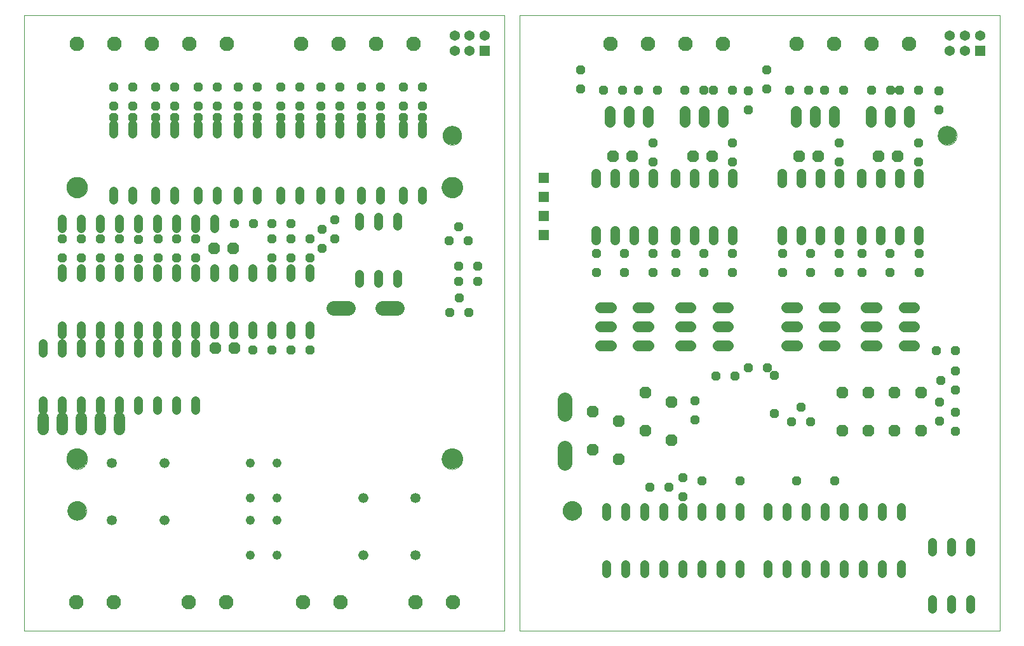
<source format=gts>
G75*
%MOIN*%
%OFA0B0*%
%FSLAX25Y25*%
%IPPOS*%
%LPD*%
%AMOC8*
5,1,8,0,0,1.08239X$1,22.5*
%
%ADD10C,0.00000*%
%ADD11C,0.09843*%
%ADD12C,0.10827*%
%ADD13OC8,0.06300*%
%ADD14OC8,0.04800*%
%ADD15C,0.04800*%
%ADD16C,0.04800*%
%ADD17C,0.05250*%
%ADD18C,0.05315*%
%ADD19C,0.07677*%
%ADD20C,0.07677*%
%ADD21R,0.05400X0.05400*%
%ADD22C,0.05400*%
%ADD23C,0.06000*%
%ADD24C,0.05118*%
%ADD25C,0.05600*%
%ADD26R,0.05500X0.05500*%
D10*
X0001300Y0011772D02*
X0001300Y0334606D01*
X0253269Y0334606D01*
X0253269Y0011772D01*
X0001300Y0011772D01*
X0023938Y0074764D02*
X0023940Y0074904D01*
X0023946Y0075044D01*
X0023956Y0075183D01*
X0023970Y0075322D01*
X0023988Y0075461D01*
X0024009Y0075599D01*
X0024035Y0075737D01*
X0024065Y0075874D01*
X0024098Y0076009D01*
X0024136Y0076144D01*
X0024177Y0076278D01*
X0024222Y0076411D01*
X0024270Y0076542D01*
X0024323Y0076671D01*
X0024379Y0076800D01*
X0024438Y0076926D01*
X0024502Y0077051D01*
X0024568Y0077174D01*
X0024639Y0077295D01*
X0024712Y0077414D01*
X0024789Y0077531D01*
X0024870Y0077645D01*
X0024953Y0077757D01*
X0025040Y0077867D01*
X0025130Y0077975D01*
X0025222Y0078079D01*
X0025318Y0078181D01*
X0025417Y0078281D01*
X0025518Y0078377D01*
X0025622Y0078471D01*
X0025729Y0078561D01*
X0025838Y0078648D01*
X0025950Y0078733D01*
X0026064Y0078814D01*
X0026180Y0078892D01*
X0026298Y0078966D01*
X0026419Y0079037D01*
X0026541Y0079105D01*
X0026666Y0079169D01*
X0026792Y0079230D01*
X0026919Y0079287D01*
X0027049Y0079340D01*
X0027180Y0079390D01*
X0027312Y0079435D01*
X0027445Y0079478D01*
X0027580Y0079516D01*
X0027715Y0079550D01*
X0027852Y0079581D01*
X0027989Y0079608D01*
X0028127Y0079630D01*
X0028266Y0079649D01*
X0028405Y0079664D01*
X0028544Y0079675D01*
X0028684Y0079682D01*
X0028824Y0079685D01*
X0028964Y0079684D01*
X0029104Y0079679D01*
X0029243Y0079670D01*
X0029383Y0079657D01*
X0029522Y0079640D01*
X0029660Y0079619D01*
X0029798Y0079595D01*
X0029935Y0079566D01*
X0030071Y0079534D01*
X0030206Y0079497D01*
X0030340Y0079457D01*
X0030473Y0079413D01*
X0030604Y0079365D01*
X0030734Y0079314D01*
X0030863Y0079259D01*
X0030990Y0079200D01*
X0031115Y0079137D01*
X0031238Y0079072D01*
X0031360Y0079002D01*
X0031479Y0078929D01*
X0031597Y0078853D01*
X0031712Y0078774D01*
X0031825Y0078691D01*
X0031935Y0078605D01*
X0032043Y0078516D01*
X0032148Y0078424D01*
X0032251Y0078329D01*
X0032351Y0078231D01*
X0032448Y0078131D01*
X0032542Y0078027D01*
X0032634Y0077921D01*
X0032722Y0077813D01*
X0032807Y0077702D01*
X0032889Y0077588D01*
X0032968Y0077472D01*
X0033043Y0077355D01*
X0033115Y0077235D01*
X0033183Y0077113D01*
X0033248Y0076989D01*
X0033310Y0076863D01*
X0033368Y0076736D01*
X0033422Y0076607D01*
X0033473Y0076476D01*
X0033519Y0076344D01*
X0033562Y0076211D01*
X0033602Y0076077D01*
X0033637Y0075942D01*
X0033669Y0075805D01*
X0033696Y0075668D01*
X0033720Y0075530D01*
X0033740Y0075392D01*
X0033756Y0075253D01*
X0033768Y0075113D01*
X0033776Y0074974D01*
X0033780Y0074834D01*
X0033780Y0074694D01*
X0033776Y0074554D01*
X0033768Y0074415D01*
X0033756Y0074275D01*
X0033740Y0074136D01*
X0033720Y0073998D01*
X0033696Y0073860D01*
X0033669Y0073723D01*
X0033637Y0073586D01*
X0033602Y0073451D01*
X0033562Y0073317D01*
X0033519Y0073184D01*
X0033473Y0073052D01*
X0033422Y0072921D01*
X0033368Y0072792D01*
X0033310Y0072665D01*
X0033248Y0072539D01*
X0033183Y0072415D01*
X0033115Y0072293D01*
X0033043Y0072173D01*
X0032968Y0072056D01*
X0032889Y0071940D01*
X0032807Y0071826D01*
X0032722Y0071715D01*
X0032634Y0071607D01*
X0032542Y0071501D01*
X0032448Y0071397D01*
X0032351Y0071297D01*
X0032251Y0071199D01*
X0032148Y0071104D01*
X0032043Y0071012D01*
X0031935Y0070923D01*
X0031825Y0070837D01*
X0031712Y0070754D01*
X0031597Y0070675D01*
X0031479Y0070599D01*
X0031360Y0070526D01*
X0031238Y0070456D01*
X0031115Y0070391D01*
X0030990Y0070328D01*
X0030863Y0070269D01*
X0030734Y0070214D01*
X0030604Y0070163D01*
X0030473Y0070115D01*
X0030340Y0070071D01*
X0030206Y0070031D01*
X0030071Y0069994D01*
X0029935Y0069962D01*
X0029798Y0069933D01*
X0029660Y0069909D01*
X0029522Y0069888D01*
X0029383Y0069871D01*
X0029243Y0069858D01*
X0029104Y0069849D01*
X0028964Y0069844D01*
X0028824Y0069843D01*
X0028684Y0069846D01*
X0028544Y0069853D01*
X0028405Y0069864D01*
X0028266Y0069879D01*
X0028127Y0069898D01*
X0027989Y0069920D01*
X0027852Y0069947D01*
X0027715Y0069978D01*
X0027580Y0070012D01*
X0027445Y0070050D01*
X0027312Y0070093D01*
X0027180Y0070138D01*
X0027049Y0070188D01*
X0026919Y0070241D01*
X0026792Y0070298D01*
X0026666Y0070359D01*
X0026541Y0070423D01*
X0026419Y0070491D01*
X0026298Y0070562D01*
X0026180Y0070636D01*
X0026064Y0070714D01*
X0025950Y0070795D01*
X0025838Y0070880D01*
X0025729Y0070967D01*
X0025622Y0071057D01*
X0025518Y0071151D01*
X0025417Y0071247D01*
X0025318Y0071347D01*
X0025222Y0071449D01*
X0025130Y0071553D01*
X0025040Y0071661D01*
X0024953Y0071771D01*
X0024870Y0071883D01*
X0024789Y0071997D01*
X0024712Y0072114D01*
X0024639Y0072233D01*
X0024568Y0072354D01*
X0024502Y0072477D01*
X0024438Y0072602D01*
X0024379Y0072728D01*
X0024323Y0072857D01*
X0024270Y0072986D01*
X0024222Y0073117D01*
X0024177Y0073250D01*
X0024136Y0073384D01*
X0024098Y0073519D01*
X0024065Y0073654D01*
X0024035Y0073791D01*
X0024009Y0073929D01*
X0023988Y0074067D01*
X0023970Y0074206D01*
X0023956Y0074345D01*
X0023946Y0074484D01*
X0023940Y0074624D01*
X0023938Y0074764D01*
X0023446Y0101929D02*
X0023448Y0102076D01*
X0023454Y0102222D01*
X0023464Y0102368D01*
X0023478Y0102514D01*
X0023496Y0102660D01*
X0023517Y0102805D01*
X0023543Y0102949D01*
X0023573Y0103093D01*
X0023606Y0103235D01*
X0023643Y0103377D01*
X0023684Y0103518D01*
X0023729Y0103657D01*
X0023778Y0103796D01*
X0023830Y0103933D01*
X0023887Y0104068D01*
X0023946Y0104202D01*
X0024010Y0104334D01*
X0024077Y0104464D01*
X0024147Y0104593D01*
X0024221Y0104720D01*
X0024298Y0104844D01*
X0024379Y0104967D01*
X0024463Y0105087D01*
X0024550Y0105205D01*
X0024640Y0105320D01*
X0024733Y0105433D01*
X0024830Y0105544D01*
X0024929Y0105652D01*
X0025031Y0105757D01*
X0025136Y0105859D01*
X0025244Y0105958D01*
X0025355Y0106055D01*
X0025468Y0106148D01*
X0025583Y0106238D01*
X0025701Y0106325D01*
X0025821Y0106409D01*
X0025944Y0106490D01*
X0026068Y0106567D01*
X0026195Y0106641D01*
X0026324Y0106711D01*
X0026454Y0106778D01*
X0026586Y0106842D01*
X0026720Y0106901D01*
X0026855Y0106958D01*
X0026992Y0107010D01*
X0027131Y0107059D01*
X0027270Y0107104D01*
X0027411Y0107145D01*
X0027553Y0107182D01*
X0027695Y0107215D01*
X0027839Y0107245D01*
X0027983Y0107271D01*
X0028128Y0107292D01*
X0028274Y0107310D01*
X0028420Y0107324D01*
X0028566Y0107334D01*
X0028712Y0107340D01*
X0028859Y0107342D01*
X0029006Y0107340D01*
X0029152Y0107334D01*
X0029298Y0107324D01*
X0029444Y0107310D01*
X0029590Y0107292D01*
X0029735Y0107271D01*
X0029879Y0107245D01*
X0030023Y0107215D01*
X0030165Y0107182D01*
X0030307Y0107145D01*
X0030448Y0107104D01*
X0030587Y0107059D01*
X0030726Y0107010D01*
X0030863Y0106958D01*
X0030998Y0106901D01*
X0031132Y0106842D01*
X0031264Y0106778D01*
X0031394Y0106711D01*
X0031523Y0106641D01*
X0031650Y0106567D01*
X0031774Y0106490D01*
X0031897Y0106409D01*
X0032017Y0106325D01*
X0032135Y0106238D01*
X0032250Y0106148D01*
X0032363Y0106055D01*
X0032474Y0105958D01*
X0032582Y0105859D01*
X0032687Y0105757D01*
X0032789Y0105652D01*
X0032888Y0105544D01*
X0032985Y0105433D01*
X0033078Y0105320D01*
X0033168Y0105205D01*
X0033255Y0105087D01*
X0033339Y0104967D01*
X0033420Y0104844D01*
X0033497Y0104720D01*
X0033571Y0104593D01*
X0033641Y0104464D01*
X0033708Y0104334D01*
X0033772Y0104202D01*
X0033831Y0104068D01*
X0033888Y0103933D01*
X0033940Y0103796D01*
X0033989Y0103657D01*
X0034034Y0103518D01*
X0034075Y0103377D01*
X0034112Y0103235D01*
X0034145Y0103093D01*
X0034175Y0102949D01*
X0034201Y0102805D01*
X0034222Y0102660D01*
X0034240Y0102514D01*
X0034254Y0102368D01*
X0034264Y0102222D01*
X0034270Y0102076D01*
X0034272Y0101929D01*
X0034270Y0101782D01*
X0034264Y0101636D01*
X0034254Y0101490D01*
X0034240Y0101344D01*
X0034222Y0101198D01*
X0034201Y0101053D01*
X0034175Y0100909D01*
X0034145Y0100765D01*
X0034112Y0100623D01*
X0034075Y0100481D01*
X0034034Y0100340D01*
X0033989Y0100201D01*
X0033940Y0100062D01*
X0033888Y0099925D01*
X0033831Y0099790D01*
X0033772Y0099656D01*
X0033708Y0099524D01*
X0033641Y0099394D01*
X0033571Y0099265D01*
X0033497Y0099138D01*
X0033420Y0099014D01*
X0033339Y0098891D01*
X0033255Y0098771D01*
X0033168Y0098653D01*
X0033078Y0098538D01*
X0032985Y0098425D01*
X0032888Y0098314D01*
X0032789Y0098206D01*
X0032687Y0098101D01*
X0032582Y0097999D01*
X0032474Y0097900D01*
X0032363Y0097803D01*
X0032250Y0097710D01*
X0032135Y0097620D01*
X0032017Y0097533D01*
X0031897Y0097449D01*
X0031774Y0097368D01*
X0031650Y0097291D01*
X0031523Y0097217D01*
X0031394Y0097147D01*
X0031264Y0097080D01*
X0031132Y0097016D01*
X0030998Y0096957D01*
X0030863Y0096900D01*
X0030726Y0096848D01*
X0030587Y0096799D01*
X0030448Y0096754D01*
X0030307Y0096713D01*
X0030165Y0096676D01*
X0030023Y0096643D01*
X0029879Y0096613D01*
X0029735Y0096587D01*
X0029590Y0096566D01*
X0029444Y0096548D01*
X0029298Y0096534D01*
X0029152Y0096524D01*
X0029006Y0096518D01*
X0028859Y0096516D01*
X0028712Y0096518D01*
X0028566Y0096524D01*
X0028420Y0096534D01*
X0028274Y0096548D01*
X0028128Y0096566D01*
X0027983Y0096587D01*
X0027839Y0096613D01*
X0027695Y0096643D01*
X0027553Y0096676D01*
X0027411Y0096713D01*
X0027270Y0096754D01*
X0027131Y0096799D01*
X0026992Y0096848D01*
X0026855Y0096900D01*
X0026720Y0096957D01*
X0026586Y0097016D01*
X0026454Y0097080D01*
X0026324Y0097147D01*
X0026195Y0097217D01*
X0026068Y0097291D01*
X0025944Y0097368D01*
X0025821Y0097449D01*
X0025701Y0097533D01*
X0025583Y0097620D01*
X0025468Y0097710D01*
X0025355Y0097803D01*
X0025244Y0097900D01*
X0025136Y0097999D01*
X0025031Y0098101D01*
X0024929Y0098206D01*
X0024830Y0098314D01*
X0024733Y0098425D01*
X0024640Y0098538D01*
X0024550Y0098653D01*
X0024463Y0098771D01*
X0024379Y0098891D01*
X0024298Y0099014D01*
X0024221Y0099138D01*
X0024147Y0099265D01*
X0024077Y0099394D01*
X0024010Y0099524D01*
X0023946Y0099656D01*
X0023887Y0099790D01*
X0023830Y0099925D01*
X0023778Y0100062D01*
X0023729Y0100201D01*
X0023684Y0100340D01*
X0023643Y0100481D01*
X0023606Y0100623D01*
X0023573Y0100765D01*
X0023543Y0100909D01*
X0023517Y0101053D01*
X0023496Y0101198D01*
X0023478Y0101344D01*
X0023464Y0101490D01*
X0023454Y0101636D01*
X0023448Y0101782D01*
X0023446Y0101929D01*
X0220296Y0101929D02*
X0220298Y0102076D01*
X0220304Y0102222D01*
X0220314Y0102368D01*
X0220328Y0102514D01*
X0220346Y0102660D01*
X0220367Y0102805D01*
X0220393Y0102949D01*
X0220423Y0103093D01*
X0220456Y0103235D01*
X0220493Y0103377D01*
X0220534Y0103518D01*
X0220579Y0103657D01*
X0220628Y0103796D01*
X0220680Y0103933D01*
X0220737Y0104068D01*
X0220796Y0104202D01*
X0220860Y0104334D01*
X0220927Y0104464D01*
X0220997Y0104593D01*
X0221071Y0104720D01*
X0221148Y0104844D01*
X0221229Y0104967D01*
X0221313Y0105087D01*
X0221400Y0105205D01*
X0221490Y0105320D01*
X0221583Y0105433D01*
X0221680Y0105544D01*
X0221779Y0105652D01*
X0221881Y0105757D01*
X0221986Y0105859D01*
X0222094Y0105958D01*
X0222205Y0106055D01*
X0222318Y0106148D01*
X0222433Y0106238D01*
X0222551Y0106325D01*
X0222671Y0106409D01*
X0222794Y0106490D01*
X0222918Y0106567D01*
X0223045Y0106641D01*
X0223174Y0106711D01*
X0223304Y0106778D01*
X0223436Y0106842D01*
X0223570Y0106901D01*
X0223705Y0106958D01*
X0223842Y0107010D01*
X0223981Y0107059D01*
X0224120Y0107104D01*
X0224261Y0107145D01*
X0224403Y0107182D01*
X0224545Y0107215D01*
X0224689Y0107245D01*
X0224833Y0107271D01*
X0224978Y0107292D01*
X0225124Y0107310D01*
X0225270Y0107324D01*
X0225416Y0107334D01*
X0225562Y0107340D01*
X0225709Y0107342D01*
X0225856Y0107340D01*
X0226002Y0107334D01*
X0226148Y0107324D01*
X0226294Y0107310D01*
X0226440Y0107292D01*
X0226585Y0107271D01*
X0226729Y0107245D01*
X0226873Y0107215D01*
X0227015Y0107182D01*
X0227157Y0107145D01*
X0227298Y0107104D01*
X0227437Y0107059D01*
X0227576Y0107010D01*
X0227713Y0106958D01*
X0227848Y0106901D01*
X0227982Y0106842D01*
X0228114Y0106778D01*
X0228244Y0106711D01*
X0228373Y0106641D01*
X0228500Y0106567D01*
X0228624Y0106490D01*
X0228747Y0106409D01*
X0228867Y0106325D01*
X0228985Y0106238D01*
X0229100Y0106148D01*
X0229213Y0106055D01*
X0229324Y0105958D01*
X0229432Y0105859D01*
X0229537Y0105757D01*
X0229639Y0105652D01*
X0229738Y0105544D01*
X0229835Y0105433D01*
X0229928Y0105320D01*
X0230018Y0105205D01*
X0230105Y0105087D01*
X0230189Y0104967D01*
X0230270Y0104844D01*
X0230347Y0104720D01*
X0230421Y0104593D01*
X0230491Y0104464D01*
X0230558Y0104334D01*
X0230622Y0104202D01*
X0230681Y0104068D01*
X0230738Y0103933D01*
X0230790Y0103796D01*
X0230839Y0103657D01*
X0230884Y0103518D01*
X0230925Y0103377D01*
X0230962Y0103235D01*
X0230995Y0103093D01*
X0231025Y0102949D01*
X0231051Y0102805D01*
X0231072Y0102660D01*
X0231090Y0102514D01*
X0231104Y0102368D01*
X0231114Y0102222D01*
X0231120Y0102076D01*
X0231122Y0101929D01*
X0231120Y0101782D01*
X0231114Y0101636D01*
X0231104Y0101490D01*
X0231090Y0101344D01*
X0231072Y0101198D01*
X0231051Y0101053D01*
X0231025Y0100909D01*
X0230995Y0100765D01*
X0230962Y0100623D01*
X0230925Y0100481D01*
X0230884Y0100340D01*
X0230839Y0100201D01*
X0230790Y0100062D01*
X0230738Y0099925D01*
X0230681Y0099790D01*
X0230622Y0099656D01*
X0230558Y0099524D01*
X0230491Y0099394D01*
X0230421Y0099265D01*
X0230347Y0099138D01*
X0230270Y0099014D01*
X0230189Y0098891D01*
X0230105Y0098771D01*
X0230018Y0098653D01*
X0229928Y0098538D01*
X0229835Y0098425D01*
X0229738Y0098314D01*
X0229639Y0098206D01*
X0229537Y0098101D01*
X0229432Y0097999D01*
X0229324Y0097900D01*
X0229213Y0097803D01*
X0229100Y0097710D01*
X0228985Y0097620D01*
X0228867Y0097533D01*
X0228747Y0097449D01*
X0228624Y0097368D01*
X0228500Y0097291D01*
X0228373Y0097217D01*
X0228244Y0097147D01*
X0228114Y0097080D01*
X0227982Y0097016D01*
X0227848Y0096957D01*
X0227713Y0096900D01*
X0227576Y0096848D01*
X0227437Y0096799D01*
X0227298Y0096754D01*
X0227157Y0096713D01*
X0227015Y0096676D01*
X0226873Y0096643D01*
X0226729Y0096613D01*
X0226585Y0096587D01*
X0226440Y0096566D01*
X0226294Y0096548D01*
X0226148Y0096534D01*
X0226002Y0096524D01*
X0225856Y0096518D01*
X0225709Y0096516D01*
X0225562Y0096518D01*
X0225416Y0096524D01*
X0225270Y0096534D01*
X0225124Y0096548D01*
X0224978Y0096566D01*
X0224833Y0096587D01*
X0224689Y0096613D01*
X0224545Y0096643D01*
X0224403Y0096676D01*
X0224261Y0096713D01*
X0224120Y0096754D01*
X0223981Y0096799D01*
X0223842Y0096848D01*
X0223705Y0096900D01*
X0223570Y0096957D01*
X0223436Y0097016D01*
X0223304Y0097080D01*
X0223174Y0097147D01*
X0223045Y0097217D01*
X0222918Y0097291D01*
X0222794Y0097368D01*
X0222671Y0097449D01*
X0222551Y0097533D01*
X0222433Y0097620D01*
X0222318Y0097710D01*
X0222205Y0097803D01*
X0222094Y0097900D01*
X0221986Y0097999D01*
X0221881Y0098101D01*
X0221779Y0098206D01*
X0221680Y0098314D01*
X0221583Y0098425D01*
X0221490Y0098538D01*
X0221400Y0098653D01*
X0221313Y0098771D01*
X0221229Y0098891D01*
X0221148Y0099014D01*
X0221071Y0099138D01*
X0220997Y0099265D01*
X0220927Y0099394D01*
X0220860Y0099524D01*
X0220796Y0099656D01*
X0220737Y0099790D01*
X0220680Y0099925D01*
X0220628Y0100062D01*
X0220579Y0100201D01*
X0220534Y0100340D01*
X0220493Y0100481D01*
X0220456Y0100623D01*
X0220423Y0100765D01*
X0220393Y0100909D01*
X0220367Y0101053D01*
X0220346Y0101198D01*
X0220328Y0101344D01*
X0220314Y0101490D01*
X0220304Y0101636D01*
X0220298Y0101782D01*
X0220296Y0101929D01*
X0283781Y0074764D02*
X0283783Y0074904D01*
X0283789Y0075044D01*
X0283799Y0075183D01*
X0283813Y0075322D01*
X0283831Y0075461D01*
X0283852Y0075599D01*
X0283878Y0075737D01*
X0283908Y0075874D01*
X0283941Y0076009D01*
X0283979Y0076144D01*
X0284020Y0076278D01*
X0284065Y0076411D01*
X0284113Y0076542D01*
X0284166Y0076671D01*
X0284222Y0076800D01*
X0284281Y0076926D01*
X0284345Y0077051D01*
X0284411Y0077174D01*
X0284482Y0077295D01*
X0284555Y0077414D01*
X0284632Y0077531D01*
X0284713Y0077645D01*
X0284796Y0077757D01*
X0284883Y0077867D01*
X0284973Y0077975D01*
X0285065Y0078079D01*
X0285161Y0078181D01*
X0285260Y0078281D01*
X0285361Y0078377D01*
X0285465Y0078471D01*
X0285572Y0078561D01*
X0285681Y0078648D01*
X0285793Y0078733D01*
X0285907Y0078814D01*
X0286023Y0078892D01*
X0286141Y0078966D01*
X0286262Y0079037D01*
X0286384Y0079105D01*
X0286509Y0079169D01*
X0286635Y0079230D01*
X0286762Y0079287D01*
X0286892Y0079340D01*
X0287023Y0079390D01*
X0287155Y0079435D01*
X0287288Y0079478D01*
X0287423Y0079516D01*
X0287558Y0079550D01*
X0287695Y0079581D01*
X0287832Y0079608D01*
X0287970Y0079630D01*
X0288109Y0079649D01*
X0288248Y0079664D01*
X0288387Y0079675D01*
X0288527Y0079682D01*
X0288667Y0079685D01*
X0288807Y0079684D01*
X0288947Y0079679D01*
X0289086Y0079670D01*
X0289226Y0079657D01*
X0289365Y0079640D01*
X0289503Y0079619D01*
X0289641Y0079595D01*
X0289778Y0079566D01*
X0289914Y0079534D01*
X0290049Y0079497D01*
X0290183Y0079457D01*
X0290316Y0079413D01*
X0290447Y0079365D01*
X0290577Y0079314D01*
X0290706Y0079259D01*
X0290833Y0079200D01*
X0290958Y0079137D01*
X0291081Y0079072D01*
X0291203Y0079002D01*
X0291322Y0078929D01*
X0291440Y0078853D01*
X0291555Y0078774D01*
X0291668Y0078691D01*
X0291778Y0078605D01*
X0291886Y0078516D01*
X0291991Y0078424D01*
X0292094Y0078329D01*
X0292194Y0078231D01*
X0292291Y0078131D01*
X0292385Y0078027D01*
X0292477Y0077921D01*
X0292565Y0077813D01*
X0292650Y0077702D01*
X0292732Y0077588D01*
X0292811Y0077472D01*
X0292886Y0077355D01*
X0292958Y0077235D01*
X0293026Y0077113D01*
X0293091Y0076989D01*
X0293153Y0076863D01*
X0293211Y0076736D01*
X0293265Y0076607D01*
X0293316Y0076476D01*
X0293362Y0076344D01*
X0293405Y0076211D01*
X0293445Y0076077D01*
X0293480Y0075942D01*
X0293512Y0075805D01*
X0293539Y0075668D01*
X0293563Y0075530D01*
X0293583Y0075392D01*
X0293599Y0075253D01*
X0293611Y0075113D01*
X0293619Y0074974D01*
X0293623Y0074834D01*
X0293623Y0074694D01*
X0293619Y0074554D01*
X0293611Y0074415D01*
X0293599Y0074275D01*
X0293583Y0074136D01*
X0293563Y0073998D01*
X0293539Y0073860D01*
X0293512Y0073723D01*
X0293480Y0073586D01*
X0293445Y0073451D01*
X0293405Y0073317D01*
X0293362Y0073184D01*
X0293316Y0073052D01*
X0293265Y0072921D01*
X0293211Y0072792D01*
X0293153Y0072665D01*
X0293091Y0072539D01*
X0293026Y0072415D01*
X0292958Y0072293D01*
X0292886Y0072173D01*
X0292811Y0072056D01*
X0292732Y0071940D01*
X0292650Y0071826D01*
X0292565Y0071715D01*
X0292477Y0071607D01*
X0292385Y0071501D01*
X0292291Y0071397D01*
X0292194Y0071297D01*
X0292094Y0071199D01*
X0291991Y0071104D01*
X0291886Y0071012D01*
X0291778Y0070923D01*
X0291668Y0070837D01*
X0291555Y0070754D01*
X0291440Y0070675D01*
X0291322Y0070599D01*
X0291203Y0070526D01*
X0291081Y0070456D01*
X0290958Y0070391D01*
X0290833Y0070328D01*
X0290706Y0070269D01*
X0290577Y0070214D01*
X0290447Y0070163D01*
X0290316Y0070115D01*
X0290183Y0070071D01*
X0290049Y0070031D01*
X0289914Y0069994D01*
X0289778Y0069962D01*
X0289641Y0069933D01*
X0289503Y0069909D01*
X0289365Y0069888D01*
X0289226Y0069871D01*
X0289086Y0069858D01*
X0288947Y0069849D01*
X0288807Y0069844D01*
X0288667Y0069843D01*
X0288527Y0069846D01*
X0288387Y0069853D01*
X0288248Y0069864D01*
X0288109Y0069879D01*
X0287970Y0069898D01*
X0287832Y0069920D01*
X0287695Y0069947D01*
X0287558Y0069978D01*
X0287423Y0070012D01*
X0287288Y0070050D01*
X0287155Y0070093D01*
X0287023Y0070138D01*
X0286892Y0070188D01*
X0286762Y0070241D01*
X0286635Y0070298D01*
X0286509Y0070359D01*
X0286384Y0070423D01*
X0286262Y0070491D01*
X0286141Y0070562D01*
X0286023Y0070636D01*
X0285907Y0070714D01*
X0285793Y0070795D01*
X0285681Y0070880D01*
X0285572Y0070967D01*
X0285465Y0071057D01*
X0285361Y0071151D01*
X0285260Y0071247D01*
X0285161Y0071347D01*
X0285065Y0071449D01*
X0284973Y0071553D01*
X0284883Y0071661D01*
X0284796Y0071771D01*
X0284713Y0071883D01*
X0284632Y0071997D01*
X0284555Y0072114D01*
X0284482Y0072233D01*
X0284411Y0072354D01*
X0284345Y0072477D01*
X0284281Y0072602D01*
X0284222Y0072728D01*
X0284166Y0072857D01*
X0284113Y0072986D01*
X0284065Y0073117D01*
X0284020Y0073250D01*
X0283979Y0073384D01*
X0283941Y0073519D01*
X0283908Y0073654D01*
X0283878Y0073791D01*
X0283852Y0073929D01*
X0283831Y0074067D01*
X0283813Y0074206D01*
X0283799Y0074345D01*
X0283789Y0074484D01*
X0283783Y0074624D01*
X0283781Y0074764D01*
X0261143Y0011772D02*
X0261143Y0334606D01*
X0513111Y0334606D01*
X0513111Y0011772D01*
X0261143Y0011772D01*
X0220296Y0244449D02*
X0220298Y0244596D01*
X0220304Y0244742D01*
X0220314Y0244888D01*
X0220328Y0245034D01*
X0220346Y0245180D01*
X0220367Y0245325D01*
X0220393Y0245469D01*
X0220423Y0245613D01*
X0220456Y0245755D01*
X0220493Y0245897D01*
X0220534Y0246038D01*
X0220579Y0246177D01*
X0220628Y0246316D01*
X0220680Y0246453D01*
X0220737Y0246588D01*
X0220796Y0246722D01*
X0220860Y0246854D01*
X0220927Y0246984D01*
X0220997Y0247113D01*
X0221071Y0247240D01*
X0221148Y0247364D01*
X0221229Y0247487D01*
X0221313Y0247607D01*
X0221400Y0247725D01*
X0221490Y0247840D01*
X0221583Y0247953D01*
X0221680Y0248064D01*
X0221779Y0248172D01*
X0221881Y0248277D01*
X0221986Y0248379D01*
X0222094Y0248478D01*
X0222205Y0248575D01*
X0222318Y0248668D01*
X0222433Y0248758D01*
X0222551Y0248845D01*
X0222671Y0248929D01*
X0222794Y0249010D01*
X0222918Y0249087D01*
X0223045Y0249161D01*
X0223174Y0249231D01*
X0223304Y0249298D01*
X0223436Y0249362D01*
X0223570Y0249421D01*
X0223705Y0249478D01*
X0223842Y0249530D01*
X0223981Y0249579D01*
X0224120Y0249624D01*
X0224261Y0249665D01*
X0224403Y0249702D01*
X0224545Y0249735D01*
X0224689Y0249765D01*
X0224833Y0249791D01*
X0224978Y0249812D01*
X0225124Y0249830D01*
X0225270Y0249844D01*
X0225416Y0249854D01*
X0225562Y0249860D01*
X0225709Y0249862D01*
X0225856Y0249860D01*
X0226002Y0249854D01*
X0226148Y0249844D01*
X0226294Y0249830D01*
X0226440Y0249812D01*
X0226585Y0249791D01*
X0226729Y0249765D01*
X0226873Y0249735D01*
X0227015Y0249702D01*
X0227157Y0249665D01*
X0227298Y0249624D01*
X0227437Y0249579D01*
X0227576Y0249530D01*
X0227713Y0249478D01*
X0227848Y0249421D01*
X0227982Y0249362D01*
X0228114Y0249298D01*
X0228244Y0249231D01*
X0228373Y0249161D01*
X0228500Y0249087D01*
X0228624Y0249010D01*
X0228747Y0248929D01*
X0228867Y0248845D01*
X0228985Y0248758D01*
X0229100Y0248668D01*
X0229213Y0248575D01*
X0229324Y0248478D01*
X0229432Y0248379D01*
X0229537Y0248277D01*
X0229639Y0248172D01*
X0229738Y0248064D01*
X0229835Y0247953D01*
X0229928Y0247840D01*
X0230018Y0247725D01*
X0230105Y0247607D01*
X0230189Y0247487D01*
X0230270Y0247364D01*
X0230347Y0247240D01*
X0230421Y0247113D01*
X0230491Y0246984D01*
X0230558Y0246854D01*
X0230622Y0246722D01*
X0230681Y0246588D01*
X0230738Y0246453D01*
X0230790Y0246316D01*
X0230839Y0246177D01*
X0230884Y0246038D01*
X0230925Y0245897D01*
X0230962Y0245755D01*
X0230995Y0245613D01*
X0231025Y0245469D01*
X0231051Y0245325D01*
X0231072Y0245180D01*
X0231090Y0245034D01*
X0231104Y0244888D01*
X0231114Y0244742D01*
X0231120Y0244596D01*
X0231122Y0244449D01*
X0231120Y0244302D01*
X0231114Y0244156D01*
X0231104Y0244010D01*
X0231090Y0243864D01*
X0231072Y0243718D01*
X0231051Y0243573D01*
X0231025Y0243429D01*
X0230995Y0243285D01*
X0230962Y0243143D01*
X0230925Y0243001D01*
X0230884Y0242860D01*
X0230839Y0242721D01*
X0230790Y0242582D01*
X0230738Y0242445D01*
X0230681Y0242310D01*
X0230622Y0242176D01*
X0230558Y0242044D01*
X0230491Y0241914D01*
X0230421Y0241785D01*
X0230347Y0241658D01*
X0230270Y0241534D01*
X0230189Y0241411D01*
X0230105Y0241291D01*
X0230018Y0241173D01*
X0229928Y0241058D01*
X0229835Y0240945D01*
X0229738Y0240834D01*
X0229639Y0240726D01*
X0229537Y0240621D01*
X0229432Y0240519D01*
X0229324Y0240420D01*
X0229213Y0240323D01*
X0229100Y0240230D01*
X0228985Y0240140D01*
X0228867Y0240053D01*
X0228747Y0239969D01*
X0228624Y0239888D01*
X0228500Y0239811D01*
X0228373Y0239737D01*
X0228244Y0239667D01*
X0228114Y0239600D01*
X0227982Y0239536D01*
X0227848Y0239477D01*
X0227713Y0239420D01*
X0227576Y0239368D01*
X0227437Y0239319D01*
X0227298Y0239274D01*
X0227157Y0239233D01*
X0227015Y0239196D01*
X0226873Y0239163D01*
X0226729Y0239133D01*
X0226585Y0239107D01*
X0226440Y0239086D01*
X0226294Y0239068D01*
X0226148Y0239054D01*
X0226002Y0239044D01*
X0225856Y0239038D01*
X0225709Y0239036D01*
X0225562Y0239038D01*
X0225416Y0239044D01*
X0225270Y0239054D01*
X0225124Y0239068D01*
X0224978Y0239086D01*
X0224833Y0239107D01*
X0224689Y0239133D01*
X0224545Y0239163D01*
X0224403Y0239196D01*
X0224261Y0239233D01*
X0224120Y0239274D01*
X0223981Y0239319D01*
X0223842Y0239368D01*
X0223705Y0239420D01*
X0223570Y0239477D01*
X0223436Y0239536D01*
X0223304Y0239600D01*
X0223174Y0239667D01*
X0223045Y0239737D01*
X0222918Y0239811D01*
X0222794Y0239888D01*
X0222671Y0239969D01*
X0222551Y0240053D01*
X0222433Y0240140D01*
X0222318Y0240230D01*
X0222205Y0240323D01*
X0222094Y0240420D01*
X0221986Y0240519D01*
X0221881Y0240621D01*
X0221779Y0240726D01*
X0221680Y0240834D01*
X0221583Y0240945D01*
X0221490Y0241058D01*
X0221400Y0241173D01*
X0221313Y0241291D01*
X0221229Y0241411D01*
X0221148Y0241534D01*
X0221071Y0241658D01*
X0220997Y0241785D01*
X0220927Y0241914D01*
X0220860Y0242044D01*
X0220796Y0242176D01*
X0220737Y0242310D01*
X0220680Y0242445D01*
X0220628Y0242582D01*
X0220579Y0242721D01*
X0220534Y0242860D01*
X0220493Y0243001D01*
X0220456Y0243143D01*
X0220423Y0243285D01*
X0220393Y0243429D01*
X0220367Y0243573D01*
X0220346Y0243718D01*
X0220328Y0243864D01*
X0220314Y0244010D01*
X0220304Y0244156D01*
X0220298Y0244302D01*
X0220296Y0244449D01*
X0220788Y0271614D02*
X0220790Y0271754D01*
X0220796Y0271894D01*
X0220806Y0272033D01*
X0220820Y0272172D01*
X0220838Y0272311D01*
X0220859Y0272449D01*
X0220885Y0272587D01*
X0220915Y0272724D01*
X0220948Y0272859D01*
X0220986Y0272994D01*
X0221027Y0273128D01*
X0221072Y0273261D01*
X0221120Y0273392D01*
X0221173Y0273521D01*
X0221229Y0273650D01*
X0221288Y0273776D01*
X0221352Y0273901D01*
X0221418Y0274024D01*
X0221489Y0274145D01*
X0221562Y0274264D01*
X0221639Y0274381D01*
X0221720Y0274495D01*
X0221803Y0274607D01*
X0221890Y0274717D01*
X0221980Y0274825D01*
X0222072Y0274929D01*
X0222168Y0275031D01*
X0222267Y0275131D01*
X0222368Y0275227D01*
X0222472Y0275321D01*
X0222579Y0275411D01*
X0222688Y0275498D01*
X0222800Y0275583D01*
X0222914Y0275664D01*
X0223030Y0275742D01*
X0223148Y0275816D01*
X0223269Y0275887D01*
X0223391Y0275955D01*
X0223516Y0276019D01*
X0223642Y0276080D01*
X0223769Y0276137D01*
X0223899Y0276190D01*
X0224030Y0276240D01*
X0224162Y0276285D01*
X0224295Y0276328D01*
X0224430Y0276366D01*
X0224565Y0276400D01*
X0224702Y0276431D01*
X0224839Y0276458D01*
X0224977Y0276480D01*
X0225116Y0276499D01*
X0225255Y0276514D01*
X0225394Y0276525D01*
X0225534Y0276532D01*
X0225674Y0276535D01*
X0225814Y0276534D01*
X0225954Y0276529D01*
X0226093Y0276520D01*
X0226233Y0276507D01*
X0226372Y0276490D01*
X0226510Y0276469D01*
X0226648Y0276445D01*
X0226785Y0276416D01*
X0226921Y0276384D01*
X0227056Y0276347D01*
X0227190Y0276307D01*
X0227323Y0276263D01*
X0227454Y0276215D01*
X0227584Y0276164D01*
X0227713Y0276109D01*
X0227840Y0276050D01*
X0227965Y0275987D01*
X0228088Y0275922D01*
X0228210Y0275852D01*
X0228329Y0275779D01*
X0228447Y0275703D01*
X0228562Y0275624D01*
X0228675Y0275541D01*
X0228785Y0275455D01*
X0228893Y0275366D01*
X0228998Y0275274D01*
X0229101Y0275179D01*
X0229201Y0275081D01*
X0229298Y0274981D01*
X0229392Y0274877D01*
X0229484Y0274771D01*
X0229572Y0274663D01*
X0229657Y0274552D01*
X0229739Y0274438D01*
X0229818Y0274322D01*
X0229893Y0274205D01*
X0229965Y0274085D01*
X0230033Y0273963D01*
X0230098Y0273839D01*
X0230160Y0273713D01*
X0230218Y0273586D01*
X0230272Y0273457D01*
X0230323Y0273326D01*
X0230369Y0273194D01*
X0230412Y0273061D01*
X0230452Y0272927D01*
X0230487Y0272792D01*
X0230519Y0272655D01*
X0230546Y0272518D01*
X0230570Y0272380D01*
X0230590Y0272242D01*
X0230606Y0272103D01*
X0230618Y0271963D01*
X0230626Y0271824D01*
X0230630Y0271684D01*
X0230630Y0271544D01*
X0230626Y0271404D01*
X0230618Y0271265D01*
X0230606Y0271125D01*
X0230590Y0270986D01*
X0230570Y0270848D01*
X0230546Y0270710D01*
X0230519Y0270573D01*
X0230487Y0270436D01*
X0230452Y0270301D01*
X0230412Y0270167D01*
X0230369Y0270034D01*
X0230323Y0269902D01*
X0230272Y0269771D01*
X0230218Y0269642D01*
X0230160Y0269515D01*
X0230098Y0269389D01*
X0230033Y0269265D01*
X0229965Y0269143D01*
X0229893Y0269023D01*
X0229818Y0268906D01*
X0229739Y0268790D01*
X0229657Y0268676D01*
X0229572Y0268565D01*
X0229484Y0268457D01*
X0229392Y0268351D01*
X0229298Y0268247D01*
X0229201Y0268147D01*
X0229101Y0268049D01*
X0228998Y0267954D01*
X0228893Y0267862D01*
X0228785Y0267773D01*
X0228675Y0267687D01*
X0228562Y0267604D01*
X0228447Y0267525D01*
X0228329Y0267449D01*
X0228210Y0267376D01*
X0228088Y0267306D01*
X0227965Y0267241D01*
X0227840Y0267178D01*
X0227713Y0267119D01*
X0227584Y0267064D01*
X0227454Y0267013D01*
X0227323Y0266965D01*
X0227190Y0266921D01*
X0227056Y0266881D01*
X0226921Y0266844D01*
X0226785Y0266812D01*
X0226648Y0266783D01*
X0226510Y0266759D01*
X0226372Y0266738D01*
X0226233Y0266721D01*
X0226093Y0266708D01*
X0225954Y0266699D01*
X0225814Y0266694D01*
X0225674Y0266693D01*
X0225534Y0266696D01*
X0225394Y0266703D01*
X0225255Y0266714D01*
X0225116Y0266729D01*
X0224977Y0266748D01*
X0224839Y0266770D01*
X0224702Y0266797D01*
X0224565Y0266828D01*
X0224430Y0266862D01*
X0224295Y0266900D01*
X0224162Y0266943D01*
X0224030Y0266988D01*
X0223899Y0267038D01*
X0223769Y0267091D01*
X0223642Y0267148D01*
X0223516Y0267209D01*
X0223391Y0267273D01*
X0223269Y0267341D01*
X0223148Y0267412D01*
X0223030Y0267486D01*
X0222914Y0267564D01*
X0222800Y0267645D01*
X0222688Y0267730D01*
X0222579Y0267817D01*
X0222472Y0267907D01*
X0222368Y0268001D01*
X0222267Y0268097D01*
X0222168Y0268197D01*
X0222072Y0268299D01*
X0221980Y0268403D01*
X0221890Y0268511D01*
X0221803Y0268621D01*
X0221720Y0268733D01*
X0221639Y0268847D01*
X0221562Y0268964D01*
X0221489Y0269083D01*
X0221418Y0269204D01*
X0221352Y0269327D01*
X0221288Y0269452D01*
X0221229Y0269578D01*
X0221173Y0269707D01*
X0221120Y0269836D01*
X0221072Y0269967D01*
X0221027Y0270100D01*
X0220986Y0270234D01*
X0220948Y0270369D01*
X0220915Y0270504D01*
X0220885Y0270641D01*
X0220859Y0270779D01*
X0220838Y0270917D01*
X0220820Y0271056D01*
X0220806Y0271195D01*
X0220796Y0271334D01*
X0220790Y0271474D01*
X0220788Y0271614D01*
X0023446Y0244449D02*
X0023448Y0244596D01*
X0023454Y0244742D01*
X0023464Y0244888D01*
X0023478Y0245034D01*
X0023496Y0245180D01*
X0023517Y0245325D01*
X0023543Y0245469D01*
X0023573Y0245613D01*
X0023606Y0245755D01*
X0023643Y0245897D01*
X0023684Y0246038D01*
X0023729Y0246177D01*
X0023778Y0246316D01*
X0023830Y0246453D01*
X0023887Y0246588D01*
X0023946Y0246722D01*
X0024010Y0246854D01*
X0024077Y0246984D01*
X0024147Y0247113D01*
X0024221Y0247240D01*
X0024298Y0247364D01*
X0024379Y0247487D01*
X0024463Y0247607D01*
X0024550Y0247725D01*
X0024640Y0247840D01*
X0024733Y0247953D01*
X0024830Y0248064D01*
X0024929Y0248172D01*
X0025031Y0248277D01*
X0025136Y0248379D01*
X0025244Y0248478D01*
X0025355Y0248575D01*
X0025468Y0248668D01*
X0025583Y0248758D01*
X0025701Y0248845D01*
X0025821Y0248929D01*
X0025944Y0249010D01*
X0026068Y0249087D01*
X0026195Y0249161D01*
X0026324Y0249231D01*
X0026454Y0249298D01*
X0026586Y0249362D01*
X0026720Y0249421D01*
X0026855Y0249478D01*
X0026992Y0249530D01*
X0027131Y0249579D01*
X0027270Y0249624D01*
X0027411Y0249665D01*
X0027553Y0249702D01*
X0027695Y0249735D01*
X0027839Y0249765D01*
X0027983Y0249791D01*
X0028128Y0249812D01*
X0028274Y0249830D01*
X0028420Y0249844D01*
X0028566Y0249854D01*
X0028712Y0249860D01*
X0028859Y0249862D01*
X0029006Y0249860D01*
X0029152Y0249854D01*
X0029298Y0249844D01*
X0029444Y0249830D01*
X0029590Y0249812D01*
X0029735Y0249791D01*
X0029879Y0249765D01*
X0030023Y0249735D01*
X0030165Y0249702D01*
X0030307Y0249665D01*
X0030448Y0249624D01*
X0030587Y0249579D01*
X0030726Y0249530D01*
X0030863Y0249478D01*
X0030998Y0249421D01*
X0031132Y0249362D01*
X0031264Y0249298D01*
X0031394Y0249231D01*
X0031523Y0249161D01*
X0031650Y0249087D01*
X0031774Y0249010D01*
X0031897Y0248929D01*
X0032017Y0248845D01*
X0032135Y0248758D01*
X0032250Y0248668D01*
X0032363Y0248575D01*
X0032474Y0248478D01*
X0032582Y0248379D01*
X0032687Y0248277D01*
X0032789Y0248172D01*
X0032888Y0248064D01*
X0032985Y0247953D01*
X0033078Y0247840D01*
X0033168Y0247725D01*
X0033255Y0247607D01*
X0033339Y0247487D01*
X0033420Y0247364D01*
X0033497Y0247240D01*
X0033571Y0247113D01*
X0033641Y0246984D01*
X0033708Y0246854D01*
X0033772Y0246722D01*
X0033831Y0246588D01*
X0033888Y0246453D01*
X0033940Y0246316D01*
X0033989Y0246177D01*
X0034034Y0246038D01*
X0034075Y0245897D01*
X0034112Y0245755D01*
X0034145Y0245613D01*
X0034175Y0245469D01*
X0034201Y0245325D01*
X0034222Y0245180D01*
X0034240Y0245034D01*
X0034254Y0244888D01*
X0034264Y0244742D01*
X0034270Y0244596D01*
X0034272Y0244449D01*
X0034270Y0244302D01*
X0034264Y0244156D01*
X0034254Y0244010D01*
X0034240Y0243864D01*
X0034222Y0243718D01*
X0034201Y0243573D01*
X0034175Y0243429D01*
X0034145Y0243285D01*
X0034112Y0243143D01*
X0034075Y0243001D01*
X0034034Y0242860D01*
X0033989Y0242721D01*
X0033940Y0242582D01*
X0033888Y0242445D01*
X0033831Y0242310D01*
X0033772Y0242176D01*
X0033708Y0242044D01*
X0033641Y0241914D01*
X0033571Y0241785D01*
X0033497Y0241658D01*
X0033420Y0241534D01*
X0033339Y0241411D01*
X0033255Y0241291D01*
X0033168Y0241173D01*
X0033078Y0241058D01*
X0032985Y0240945D01*
X0032888Y0240834D01*
X0032789Y0240726D01*
X0032687Y0240621D01*
X0032582Y0240519D01*
X0032474Y0240420D01*
X0032363Y0240323D01*
X0032250Y0240230D01*
X0032135Y0240140D01*
X0032017Y0240053D01*
X0031897Y0239969D01*
X0031774Y0239888D01*
X0031650Y0239811D01*
X0031523Y0239737D01*
X0031394Y0239667D01*
X0031264Y0239600D01*
X0031132Y0239536D01*
X0030998Y0239477D01*
X0030863Y0239420D01*
X0030726Y0239368D01*
X0030587Y0239319D01*
X0030448Y0239274D01*
X0030307Y0239233D01*
X0030165Y0239196D01*
X0030023Y0239163D01*
X0029879Y0239133D01*
X0029735Y0239107D01*
X0029590Y0239086D01*
X0029444Y0239068D01*
X0029298Y0239054D01*
X0029152Y0239044D01*
X0029006Y0239038D01*
X0028859Y0239036D01*
X0028712Y0239038D01*
X0028566Y0239044D01*
X0028420Y0239054D01*
X0028274Y0239068D01*
X0028128Y0239086D01*
X0027983Y0239107D01*
X0027839Y0239133D01*
X0027695Y0239163D01*
X0027553Y0239196D01*
X0027411Y0239233D01*
X0027270Y0239274D01*
X0027131Y0239319D01*
X0026992Y0239368D01*
X0026855Y0239420D01*
X0026720Y0239477D01*
X0026586Y0239536D01*
X0026454Y0239600D01*
X0026324Y0239667D01*
X0026195Y0239737D01*
X0026068Y0239811D01*
X0025944Y0239888D01*
X0025821Y0239969D01*
X0025701Y0240053D01*
X0025583Y0240140D01*
X0025468Y0240230D01*
X0025355Y0240323D01*
X0025244Y0240420D01*
X0025136Y0240519D01*
X0025031Y0240621D01*
X0024929Y0240726D01*
X0024830Y0240834D01*
X0024733Y0240945D01*
X0024640Y0241058D01*
X0024550Y0241173D01*
X0024463Y0241291D01*
X0024379Y0241411D01*
X0024298Y0241534D01*
X0024221Y0241658D01*
X0024147Y0241785D01*
X0024077Y0241914D01*
X0024010Y0242044D01*
X0023946Y0242176D01*
X0023887Y0242310D01*
X0023830Y0242445D01*
X0023778Y0242582D01*
X0023729Y0242721D01*
X0023684Y0242860D01*
X0023643Y0243001D01*
X0023606Y0243143D01*
X0023573Y0243285D01*
X0023543Y0243429D01*
X0023517Y0243573D01*
X0023496Y0243718D01*
X0023478Y0243864D01*
X0023464Y0244010D01*
X0023454Y0244156D01*
X0023448Y0244302D01*
X0023446Y0244449D01*
X0480631Y0271614D02*
X0480633Y0271754D01*
X0480639Y0271894D01*
X0480649Y0272033D01*
X0480663Y0272172D01*
X0480681Y0272311D01*
X0480702Y0272449D01*
X0480728Y0272587D01*
X0480758Y0272724D01*
X0480791Y0272859D01*
X0480829Y0272994D01*
X0480870Y0273128D01*
X0480915Y0273261D01*
X0480963Y0273392D01*
X0481016Y0273521D01*
X0481072Y0273650D01*
X0481131Y0273776D01*
X0481195Y0273901D01*
X0481261Y0274024D01*
X0481332Y0274145D01*
X0481405Y0274264D01*
X0481482Y0274381D01*
X0481563Y0274495D01*
X0481646Y0274607D01*
X0481733Y0274717D01*
X0481823Y0274825D01*
X0481915Y0274929D01*
X0482011Y0275031D01*
X0482110Y0275131D01*
X0482211Y0275227D01*
X0482315Y0275321D01*
X0482422Y0275411D01*
X0482531Y0275498D01*
X0482643Y0275583D01*
X0482757Y0275664D01*
X0482873Y0275742D01*
X0482991Y0275816D01*
X0483112Y0275887D01*
X0483234Y0275955D01*
X0483359Y0276019D01*
X0483485Y0276080D01*
X0483612Y0276137D01*
X0483742Y0276190D01*
X0483873Y0276240D01*
X0484005Y0276285D01*
X0484138Y0276328D01*
X0484273Y0276366D01*
X0484408Y0276400D01*
X0484545Y0276431D01*
X0484682Y0276458D01*
X0484820Y0276480D01*
X0484959Y0276499D01*
X0485098Y0276514D01*
X0485237Y0276525D01*
X0485377Y0276532D01*
X0485517Y0276535D01*
X0485657Y0276534D01*
X0485797Y0276529D01*
X0485936Y0276520D01*
X0486076Y0276507D01*
X0486215Y0276490D01*
X0486353Y0276469D01*
X0486491Y0276445D01*
X0486628Y0276416D01*
X0486764Y0276384D01*
X0486899Y0276347D01*
X0487033Y0276307D01*
X0487166Y0276263D01*
X0487297Y0276215D01*
X0487427Y0276164D01*
X0487556Y0276109D01*
X0487683Y0276050D01*
X0487808Y0275987D01*
X0487931Y0275922D01*
X0488053Y0275852D01*
X0488172Y0275779D01*
X0488290Y0275703D01*
X0488405Y0275624D01*
X0488518Y0275541D01*
X0488628Y0275455D01*
X0488736Y0275366D01*
X0488841Y0275274D01*
X0488944Y0275179D01*
X0489044Y0275081D01*
X0489141Y0274981D01*
X0489235Y0274877D01*
X0489327Y0274771D01*
X0489415Y0274663D01*
X0489500Y0274552D01*
X0489582Y0274438D01*
X0489661Y0274322D01*
X0489736Y0274205D01*
X0489808Y0274085D01*
X0489876Y0273963D01*
X0489941Y0273839D01*
X0490003Y0273713D01*
X0490061Y0273586D01*
X0490115Y0273457D01*
X0490166Y0273326D01*
X0490212Y0273194D01*
X0490255Y0273061D01*
X0490295Y0272927D01*
X0490330Y0272792D01*
X0490362Y0272655D01*
X0490389Y0272518D01*
X0490413Y0272380D01*
X0490433Y0272242D01*
X0490449Y0272103D01*
X0490461Y0271963D01*
X0490469Y0271824D01*
X0490473Y0271684D01*
X0490473Y0271544D01*
X0490469Y0271404D01*
X0490461Y0271265D01*
X0490449Y0271125D01*
X0490433Y0270986D01*
X0490413Y0270848D01*
X0490389Y0270710D01*
X0490362Y0270573D01*
X0490330Y0270436D01*
X0490295Y0270301D01*
X0490255Y0270167D01*
X0490212Y0270034D01*
X0490166Y0269902D01*
X0490115Y0269771D01*
X0490061Y0269642D01*
X0490003Y0269515D01*
X0489941Y0269389D01*
X0489876Y0269265D01*
X0489808Y0269143D01*
X0489736Y0269023D01*
X0489661Y0268906D01*
X0489582Y0268790D01*
X0489500Y0268676D01*
X0489415Y0268565D01*
X0489327Y0268457D01*
X0489235Y0268351D01*
X0489141Y0268247D01*
X0489044Y0268147D01*
X0488944Y0268049D01*
X0488841Y0267954D01*
X0488736Y0267862D01*
X0488628Y0267773D01*
X0488518Y0267687D01*
X0488405Y0267604D01*
X0488290Y0267525D01*
X0488172Y0267449D01*
X0488053Y0267376D01*
X0487931Y0267306D01*
X0487808Y0267241D01*
X0487683Y0267178D01*
X0487556Y0267119D01*
X0487427Y0267064D01*
X0487297Y0267013D01*
X0487166Y0266965D01*
X0487033Y0266921D01*
X0486899Y0266881D01*
X0486764Y0266844D01*
X0486628Y0266812D01*
X0486491Y0266783D01*
X0486353Y0266759D01*
X0486215Y0266738D01*
X0486076Y0266721D01*
X0485936Y0266708D01*
X0485797Y0266699D01*
X0485657Y0266694D01*
X0485517Y0266693D01*
X0485377Y0266696D01*
X0485237Y0266703D01*
X0485098Y0266714D01*
X0484959Y0266729D01*
X0484820Y0266748D01*
X0484682Y0266770D01*
X0484545Y0266797D01*
X0484408Y0266828D01*
X0484273Y0266862D01*
X0484138Y0266900D01*
X0484005Y0266943D01*
X0483873Y0266988D01*
X0483742Y0267038D01*
X0483612Y0267091D01*
X0483485Y0267148D01*
X0483359Y0267209D01*
X0483234Y0267273D01*
X0483112Y0267341D01*
X0482991Y0267412D01*
X0482873Y0267486D01*
X0482757Y0267564D01*
X0482643Y0267645D01*
X0482531Y0267730D01*
X0482422Y0267817D01*
X0482315Y0267907D01*
X0482211Y0268001D01*
X0482110Y0268097D01*
X0482011Y0268197D01*
X0481915Y0268299D01*
X0481823Y0268403D01*
X0481733Y0268511D01*
X0481646Y0268621D01*
X0481563Y0268733D01*
X0481482Y0268847D01*
X0481405Y0268964D01*
X0481332Y0269083D01*
X0481261Y0269204D01*
X0481195Y0269327D01*
X0481131Y0269452D01*
X0481072Y0269578D01*
X0481016Y0269707D01*
X0480963Y0269836D01*
X0480915Y0269967D01*
X0480870Y0270100D01*
X0480829Y0270234D01*
X0480791Y0270369D01*
X0480758Y0270504D01*
X0480728Y0270641D01*
X0480702Y0270779D01*
X0480681Y0270917D01*
X0480663Y0271056D01*
X0480649Y0271195D01*
X0480639Y0271334D01*
X0480633Y0271474D01*
X0480631Y0271614D01*
D11*
X0485552Y0271614D03*
X0225709Y0271614D03*
X0288702Y0074764D03*
X0028859Y0074764D03*
D12*
X0028859Y0101929D03*
X0225709Y0101929D03*
X0225709Y0244449D03*
X0028859Y0244449D03*
D13*
X0100867Y0212323D03*
X0110867Y0212323D03*
X0111379Y0159882D03*
X0101379Y0159882D03*
X0299528Y0126535D03*
X0313308Y0121575D03*
X0327087Y0116575D03*
X0340867Y0111614D03*
X0340867Y0131614D03*
X0327087Y0136575D03*
X0299528Y0106535D03*
X0313308Y0101575D03*
X0430434Y0116654D03*
X0444213Y0116654D03*
X0457993Y0116654D03*
X0471772Y0116654D03*
X0471772Y0136654D03*
X0457993Y0136654D03*
X0444213Y0136654D03*
X0430434Y0136654D03*
X0417914Y0260787D03*
X0407914Y0260787D03*
X0449646Y0260787D03*
X0459646Y0260787D03*
X0362009Y0260787D03*
X0352009Y0260787D03*
X0320276Y0260787D03*
X0310276Y0260787D03*
D14*
X0331221Y0257756D03*
X0331221Y0267756D03*
X0333465Y0295236D03*
X0323465Y0295236D03*
X0315158Y0295236D03*
X0305158Y0295236D03*
X0293229Y0296142D03*
X0293229Y0306142D03*
X0347875Y0295236D03*
X0357875Y0295236D03*
X0362835Y0295236D03*
X0372835Y0295236D03*
X0381221Y0295118D03*
X0390867Y0296142D03*
X0390867Y0306142D03*
X0402796Y0295236D03*
X0412796Y0295236D03*
X0421103Y0295236D03*
X0431103Y0295236D03*
X0445749Y0295236D03*
X0455749Y0295236D03*
X0460473Y0295236D03*
X0470473Y0295236D03*
X0481024Y0295118D03*
X0481024Y0285118D03*
X0470591Y0267756D03*
X0470591Y0257756D03*
X0428859Y0257756D03*
X0428859Y0267756D03*
X0381221Y0285118D03*
X0372954Y0267756D03*
X0372954Y0257756D03*
X0372835Y0209685D03*
X0372835Y0199685D03*
X0357993Y0199685D03*
X0357993Y0209685D03*
X0343150Y0209685D03*
X0331221Y0209685D03*
X0331221Y0199685D03*
X0343150Y0199685D03*
X0316261Y0199685D03*
X0316261Y0209685D03*
X0301418Y0209685D03*
X0301418Y0199685D03*
X0239253Y0202874D03*
X0239213Y0195118D03*
X0229213Y0195118D03*
X0229253Y0202874D03*
X0234174Y0216299D03*
X0224174Y0216299D03*
X0229174Y0223799D03*
X0229371Y0186319D03*
X0234371Y0178819D03*
X0224371Y0178819D03*
X0164174Y0217323D03*
X0157520Y0222283D03*
X0151182Y0217323D03*
X0157520Y0212283D03*
X0151182Y0207323D03*
X0141221Y0207323D03*
X0131182Y0207323D03*
X0131182Y0217323D03*
X0131143Y0225276D03*
X0121412Y0225276D03*
X0111412Y0225276D03*
X0091221Y0217323D03*
X0081182Y0217244D03*
X0071339Y0217323D03*
X0061103Y0217126D03*
X0051143Y0217323D03*
X0041221Y0217362D03*
X0031064Y0217362D03*
X0021261Y0217283D03*
X0021261Y0207283D03*
X0031064Y0207362D03*
X0041221Y0207362D03*
X0051143Y0207323D03*
X0061103Y0207126D03*
X0071339Y0207323D03*
X0081182Y0207244D03*
X0091221Y0207323D03*
X0141221Y0217323D03*
X0141143Y0225276D03*
X0164174Y0227323D03*
X0166930Y0281063D03*
X0166930Y0287087D03*
X0156930Y0287087D03*
X0156930Y0281063D03*
X0145670Y0281063D03*
X0145670Y0287087D03*
X0135670Y0287087D03*
X0135670Y0281063D03*
X0123623Y0281063D03*
X0123623Y0287087D03*
X0113623Y0287087D03*
X0113623Y0281063D03*
X0102363Y0281063D03*
X0102363Y0287087D03*
X0092363Y0287087D03*
X0092363Y0281063D03*
X0080316Y0281063D03*
X0080316Y0287087D03*
X0070316Y0287087D03*
X0070316Y0281063D03*
X0058269Y0281063D03*
X0058269Y0287087D03*
X0048269Y0287087D03*
X0048269Y0281063D03*
X0048269Y0297087D03*
X0058269Y0297087D03*
X0070316Y0297087D03*
X0080316Y0297087D03*
X0092363Y0297087D03*
X0102363Y0297087D03*
X0113623Y0297087D03*
X0123623Y0297087D03*
X0135670Y0297087D03*
X0145670Y0297087D03*
X0156930Y0297087D03*
X0166930Y0297087D03*
X0178190Y0297087D03*
X0188190Y0297087D03*
X0200237Y0297087D03*
X0210237Y0297087D03*
X0210237Y0287087D03*
X0210237Y0281063D03*
X0200237Y0281063D03*
X0200237Y0287087D03*
X0188190Y0287087D03*
X0188190Y0281063D03*
X0178190Y0281063D03*
X0178190Y0287087D03*
X0151221Y0158976D03*
X0141221Y0158976D03*
X0131103Y0158976D03*
X0121103Y0158976D03*
X0329568Y0087165D03*
X0339568Y0087165D03*
X0346969Y0082165D03*
X0356851Y0090512D03*
X0346969Y0092165D03*
X0376851Y0090512D03*
X0406654Y0090512D03*
X0426654Y0090512D03*
X0413780Y0121378D03*
X0403780Y0121378D03*
X0395001Y0125748D03*
X0408780Y0128878D03*
X0395001Y0145748D03*
X0391143Y0149567D03*
X0381143Y0149567D03*
X0374056Y0145236D03*
X0364056Y0145236D03*
X0353072Y0132362D03*
X0353072Y0122362D03*
X0399056Y0199685D03*
X0399056Y0209685D03*
X0413898Y0209685D03*
X0413898Y0199685D03*
X0428977Y0199685D03*
X0440788Y0199685D03*
X0440788Y0209685D03*
X0428977Y0209685D03*
X0455631Y0209685D03*
X0455631Y0199685D03*
X0470709Y0199685D03*
X0470709Y0209685D03*
X0479765Y0158622D03*
X0489765Y0158622D03*
X0489686Y0148071D03*
X0482186Y0143071D03*
X0489686Y0138071D03*
X0481654Y0131654D03*
X0489686Y0126378D03*
X0481654Y0121654D03*
X0489686Y0116378D03*
D15*
X0461497Y0076416D02*
X0461497Y0071616D01*
X0451497Y0071616D02*
X0451497Y0076416D01*
X0441497Y0076416D02*
X0441497Y0071616D01*
X0431497Y0071616D02*
X0431497Y0076416D01*
X0421497Y0076416D02*
X0421497Y0071616D01*
X0411497Y0071616D02*
X0411497Y0076416D01*
X0401497Y0076416D02*
X0401497Y0071616D01*
X0391497Y0071616D02*
X0391497Y0076416D01*
X0376851Y0076416D02*
X0376851Y0071616D01*
X0366851Y0071616D02*
X0366851Y0076416D01*
X0356851Y0076416D02*
X0356851Y0071616D01*
X0346851Y0071616D02*
X0346851Y0076416D01*
X0336851Y0076416D02*
X0336851Y0071616D01*
X0326851Y0071616D02*
X0326851Y0076416D01*
X0316851Y0076416D02*
X0316851Y0071616D01*
X0306851Y0071616D02*
X0306851Y0076416D01*
X0306851Y0046416D02*
X0306851Y0041616D01*
X0316851Y0041616D02*
X0316851Y0046416D01*
X0326851Y0046416D02*
X0326851Y0041616D01*
X0336851Y0041616D02*
X0336851Y0046416D01*
X0346851Y0046416D02*
X0346851Y0041616D01*
X0356851Y0041616D02*
X0356851Y0046416D01*
X0366851Y0046416D02*
X0366851Y0041616D01*
X0376851Y0041616D02*
X0376851Y0046416D01*
X0391497Y0046416D02*
X0391497Y0041616D01*
X0401497Y0041616D02*
X0401497Y0046416D01*
X0411497Y0046416D02*
X0411497Y0041616D01*
X0421497Y0041616D02*
X0421497Y0046416D01*
X0431497Y0046416D02*
X0431497Y0041616D01*
X0441497Y0041616D02*
X0441497Y0046416D01*
X0451497Y0046416D02*
X0451497Y0041616D01*
X0461497Y0041616D02*
X0461497Y0046416D01*
X0477914Y0053112D02*
X0477914Y0057912D01*
X0487914Y0057912D02*
X0487914Y0053112D01*
X0497914Y0053112D02*
X0497914Y0057912D01*
X0497914Y0027912D02*
X0497914Y0023112D01*
X0487914Y0023112D02*
X0487914Y0027912D01*
X0477914Y0027912D02*
X0477914Y0023112D01*
X0197048Y0193939D02*
X0197048Y0198739D01*
X0187048Y0198739D02*
X0187048Y0193939D01*
X0177048Y0193939D02*
X0177048Y0198739D01*
X0151221Y0196970D02*
X0151221Y0201770D01*
X0141221Y0201770D02*
X0141221Y0196970D01*
X0131221Y0196970D02*
X0131221Y0201770D01*
X0121221Y0201770D02*
X0121221Y0196970D01*
X0111221Y0196970D02*
X0111221Y0201770D01*
X0101221Y0201770D02*
X0101221Y0196970D01*
X0091221Y0196970D02*
X0091221Y0201770D01*
X0081221Y0201770D02*
X0081221Y0196970D01*
X0071221Y0196970D02*
X0071221Y0201770D01*
X0061221Y0201770D02*
X0061221Y0196970D01*
X0051221Y0196970D02*
X0051221Y0201770D01*
X0041221Y0201770D02*
X0041221Y0196970D01*
X0031221Y0196970D02*
X0031221Y0201770D01*
X0021221Y0201770D02*
X0021221Y0196970D01*
X0021221Y0222836D02*
X0021221Y0227636D01*
X0031221Y0227636D02*
X0031221Y0222836D01*
X0041221Y0222836D02*
X0041221Y0227636D01*
X0051221Y0227636D02*
X0051221Y0222836D01*
X0061221Y0222836D02*
X0061221Y0227636D01*
X0071221Y0227636D02*
X0071221Y0222836D01*
X0081221Y0222836D02*
X0081221Y0227636D01*
X0091221Y0227636D02*
X0091221Y0222836D01*
X0101221Y0222836D02*
X0101221Y0227636D01*
X0102363Y0237641D02*
X0102363Y0242441D01*
X0092363Y0242441D02*
X0092363Y0237641D01*
X0080316Y0237641D02*
X0080316Y0242441D01*
X0070316Y0242441D02*
X0070316Y0237641D01*
X0058269Y0237641D02*
X0058269Y0242441D01*
X0048269Y0242441D02*
X0048269Y0237641D01*
X0048269Y0272441D02*
X0048269Y0277241D01*
X0058269Y0277241D02*
X0058269Y0272441D01*
X0070316Y0272441D02*
X0070316Y0277241D01*
X0080316Y0277241D02*
X0080316Y0272441D01*
X0092363Y0272441D02*
X0092363Y0277241D01*
X0102363Y0277241D02*
X0102363Y0272441D01*
X0113623Y0272441D02*
X0113623Y0277241D01*
X0123623Y0277241D02*
X0123623Y0272441D01*
X0135670Y0272441D02*
X0135670Y0277241D01*
X0145670Y0277241D02*
X0145670Y0272441D01*
X0156930Y0272441D02*
X0156930Y0277241D01*
X0166930Y0277241D02*
X0166930Y0272441D01*
X0178190Y0272441D02*
X0178190Y0277241D01*
X0188190Y0277241D02*
X0188190Y0272441D01*
X0200237Y0272441D02*
X0200237Y0277241D01*
X0210237Y0277241D02*
X0210237Y0272441D01*
X0210237Y0242441D02*
X0210237Y0237641D01*
X0200237Y0237641D02*
X0200237Y0242441D01*
X0188190Y0242441D02*
X0188190Y0237641D01*
X0178190Y0237641D02*
X0178190Y0242441D01*
X0166930Y0242441D02*
X0166930Y0237641D01*
X0156930Y0237641D02*
X0156930Y0242441D01*
X0145670Y0242441D02*
X0145670Y0237641D01*
X0135670Y0237641D02*
X0135670Y0242441D01*
X0123623Y0242441D02*
X0123623Y0237641D01*
X0113623Y0237641D02*
X0113623Y0242441D01*
X0177048Y0228739D02*
X0177048Y0223939D01*
X0187048Y0223939D02*
X0187048Y0228739D01*
X0197048Y0228739D02*
X0197048Y0223939D01*
X0151221Y0171770D02*
X0151221Y0166970D01*
X0141221Y0166970D02*
X0141221Y0171770D01*
X0131221Y0171770D02*
X0131221Y0166970D01*
X0121221Y0166970D02*
X0121221Y0171770D01*
X0111221Y0171770D02*
X0111221Y0166970D01*
X0101221Y0166970D02*
X0101221Y0171770D01*
X0091221Y0171770D02*
X0091221Y0166970D01*
X0091280Y0162282D02*
X0091280Y0157482D01*
X0081280Y0157482D02*
X0081280Y0162282D01*
X0081221Y0166970D02*
X0081221Y0171770D01*
X0071221Y0171770D02*
X0071221Y0166970D01*
X0071280Y0162282D02*
X0071280Y0157482D01*
X0061280Y0157482D02*
X0061280Y0162282D01*
X0061221Y0166970D02*
X0061221Y0171770D01*
X0051221Y0171770D02*
X0051221Y0166970D01*
X0041221Y0166970D02*
X0041221Y0171770D01*
X0031221Y0171770D02*
X0031221Y0166970D01*
X0031280Y0162282D02*
X0031280Y0157482D01*
X0041280Y0157482D02*
X0041280Y0162282D01*
X0051280Y0162282D02*
X0051280Y0157482D01*
X0021280Y0157482D02*
X0021280Y0162282D01*
X0021221Y0166970D02*
X0021221Y0171770D01*
X0011280Y0162282D02*
X0011280Y0157482D01*
X0011280Y0132282D02*
X0011280Y0127482D01*
X0021280Y0127482D02*
X0021280Y0132282D01*
X0031280Y0132282D02*
X0031280Y0127482D01*
X0041280Y0127482D02*
X0041280Y0132282D01*
X0051280Y0132282D02*
X0051280Y0127482D01*
X0061280Y0127482D02*
X0061280Y0132282D01*
X0071280Y0132282D02*
X0071280Y0127482D01*
X0081280Y0127482D02*
X0081280Y0132282D01*
X0091280Y0132282D02*
X0091280Y0127482D01*
D16*
X0120001Y0099764D03*
X0133780Y0099764D03*
X0133780Y0081260D03*
X0133780Y0069843D03*
X0120001Y0069843D03*
X0120001Y0081260D03*
X0120001Y0051339D03*
X0133780Y0051339D03*
D17*
X0179056Y0051339D03*
X0179056Y0081260D03*
X0074725Y0069843D03*
X0074725Y0099764D03*
D18*
X0047166Y0099764D03*
X0047166Y0069843D03*
X0206615Y0081260D03*
X0206615Y0051339D03*
D19*
X0284765Y0099862D02*
X0284765Y0107539D01*
X0284765Y0125453D02*
X0284765Y0133130D01*
X0196831Y0181024D02*
X0189154Y0181024D01*
X0171241Y0181024D02*
X0163564Y0181024D01*
D20*
X0166261Y0319646D03*
X0185946Y0319646D03*
X0205631Y0319646D03*
X0146576Y0319646D03*
X0107599Y0319646D03*
X0087914Y0319646D03*
X0068229Y0319646D03*
X0048544Y0319646D03*
X0028859Y0319646D03*
X0308780Y0319646D03*
X0328465Y0319646D03*
X0348150Y0319646D03*
X0367835Y0319646D03*
X0406418Y0319646D03*
X0426103Y0319646D03*
X0445788Y0319646D03*
X0465473Y0319646D03*
X0226103Y0026732D03*
X0206418Y0026732D03*
X0167048Y0026732D03*
X0147363Y0026732D03*
X0107206Y0026732D03*
X0087520Y0026732D03*
X0048150Y0026732D03*
X0028465Y0026732D03*
D21*
X0242835Y0316102D03*
X0502678Y0316102D03*
D22*
X0494804Y0316102D03*
X0486930Y0316102D03*
X0486930Y0323976D03*
X0494804Y0323976D03*
X0502678Y0323976D03*
X0242835Y0323976D03*
X0234961Y0323976D03*
X0227087Y0323976D03*
X0227087Y0316102D03*
X0234961Y0316102D03*
D23*
X0051261Y0123236D02*
X0051261Y0117236D01*
X0041261Y0117236D02*
X0041261Y0123236D01*
X0031261Y0123236D02*
X0031261Y0117236D01*
X0021261Y0117236D02*
X0021261Y0123236D01*
X0011261Y0123236D02*
X0011261Y0117236D01*
D24*
X0301261Y0216654D02*
X0301261Y0221772D01*
X0311261Y0221772D02*
X0311261Y0216654D01*
X0321261Y0216654D02*
X0321261Y0221772D01*
X0331261Y0221772D02*
X0331261Y0216654D01*
X0342993Y0216654D02*
X0342993Y0221772D01*
X0352993Y0221772D02*
X0352993Y0216654D01*
X0362993Y0216654D02*
X0362993Y0221772D01*
X0372993Y0221772D02*
X0372993Y0216654D01*
X0398898Y0216654D02*
X0398898Y0221772D01*
X0408898Y0221772D02*
X0408898Y0216654D01*
X0418898Y0216654D02*
X0418898Y0221772D01*
X0428898Y0221772D02*
X0428898Y0216654D01*
X0440631Y0216654D02*
X0440631Y0221772D01*
X0450631Y0221772D02*
X0450631Y0216654D01*
X0460631Y0216654D02*
X0460631Y0221772D01*
X0470631Y0221772D02*
X0470631Y0216654D01*
X0470631Y0246654D02*
X0470631Y0251772D01*
X0460631Y0251772D02*
X0460631Y0246654D01*
X0450631Y0246654D02*
X0450631Y0251772D01*
X0440631Y0251772D02*
X0440631Y0246654D01*
X0428898Y0246654D02*
X0428898Y0251772D01*
X0418898Y0251772D02*
X0418898Y0246654D01*
X0408898Y0246654D02*
X0408898Y0251772D01*
X0398898Y0251772D02*
X0398898Y0246654D01*
X0372993Y0246654D02*
X0372993Y0251772D01*
X0362993Y0251772D02*
X0362993Y0246654D01*
X0352993Y0246654D02*
X0352993Y0251772D01*
X0342993Y0251772D02*
X0342993Y0246654D01*
X0331261Y0246654D02*
X0331261Y0251772D01*
X0321261Y0251772D02*
X0321261Y0246654D01*
X0311261Y0246654D02*
X0311261Y0251772D01*
X0301261Y0251772D02*
X0301261Y0246654D01*
D25*
X0308623Y0278657D02*
X0308623Y0284257D01*
X0318623Y0284257D02*
X0318623Y0278657D01*
X0328623Y0278657D02*
X0328623Y0284257D01*
X0347993Y0284257D02*
X0347993Y0278657D01*
X0357993Y0278657D02*
X0357993Y0284257D01*
X0367993Y0284257D02*
X0367993Y0278657D01*
X0406261Y0278657D02*
X0406261Y0284257D01*
X0416261Y0284257D02*
X0416261Y0278657D01*
X0426261Y0278657D02*
X0426261Y0284257D01*
X0445631Y0284257D02*
X0445631Y0278657D01*
X0455631Y0278657D02*
X0455631Y0284257D01*
X0465631Y0284257D02*
X0465631Y0278657D01*
X0468273Y0181220D02*
X0462673Y0181220D01*
X0448588Y0181220D02*
X0442988Y0181220D01*
X0442988Y0171220D02*
X0448588Y0171220D01*
X0462673Y0171220D02*
X0468273Y0171220D01*
X0468273Y0161220D02*
X0462673Y0161220D01*
X0448588Y0161220D02*
X0442988Y0161220D01*
X0426541Y0161220D02*
X0420941Y0161220D01*
X0406856Y0161220D02*
X0401256Y0161220D01*
X0401256Y0171220D02*
X0406856Y0171220D01*
X0420941Y0171220D02*
X0426541Y0171220D01*
X0426541Y0181220D02*
X0420941Y0181220D01*
X0406856Y0181220D02*
X0401256Y0181220D01*
X0370635Y0181220D02*
X0365035Y0181220D01*
X0350950Y0181220D02*
X0345350Y0181220D01*
X0345350Y0171220D02*
X0350950Y0171220D01*
X0365035Y0171220D02*
X0370635Y0171220D01*
X0370635Y0161220D02*
X0365035Y0161220D01*
X0350950Y0161220D02*
X0345350Y0161220D01*
X0328903Y0161220D02*
X0323303Y0161220D01*
X0309218Y0161220D02*
X0303618Y0161220D01*
X0303618Y0171220D02*
X0309218Y0171220D01*
X0323303Y0171220D02*
X0328903Y0171220D01*
X0328903Y0181220D02*
X0323303Y0181220D01*
X0309218Y0181220D02*
X0303618Y0181220D01*
D26*
X0273859Y0219213D03*
X0273859Y0229213D03*
X0273859Y0239213D03*
X0273859Y0249213D03*
M02*

</source>
